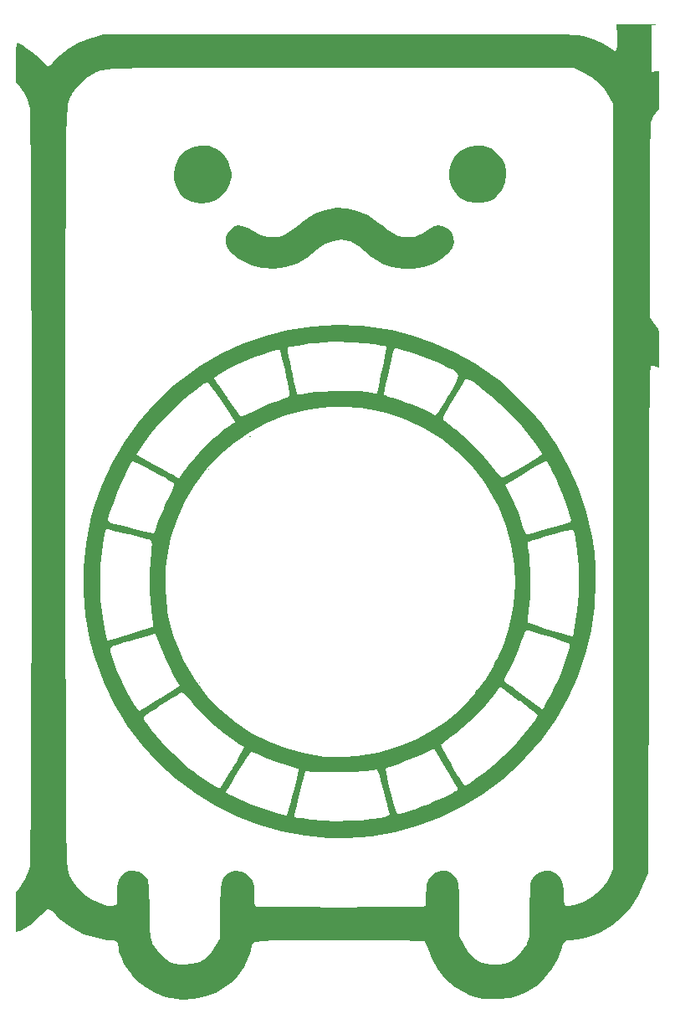
<source format=gbr>
%TF.GenerationSoftware,KiCad,Pcbnew,9.0.0*%
%TF.CreationDate,2025-09-21T22:19:39+08:00*%
%TF.ProjectId,maibadge_ver2,6d616962-6164-4676-955f-766572322e6b,rev?*%
%TF.SameCoordinates,Original*%
%TF.FileFunction,Legend,Top*%
%TF.FilePolarity,Positive*%
%FSLAX46Y46*%
G04 Gerber Fmt 4.6, Leading zero omitted, Abs format (unit mm)*
G04 Created by KiCad (PCBNEW 9.0.0) date 2025-09-21 22:19:39*
%MOMM*%
%LPD*%
G01*
G04 APERTURE LIST*
%ADD10C,0.000000*%
G04 APERTURE END LIST*
D10*
%TO.C,G\u002A\u002A\u002A*%
G36*
X175914244Y-103565693D02*
G01*
X175854620Y-103625317D01*
X175794996Y-103565693D01*
X175854620Y-103506069D01*
X175914244Y-103565693D01*
G37*
G36*
X176868235Y-81981655D02*
G01*
X176808611Y-82041280D01*
X176748986Y-81981655D01*
X176808611Y-81922031D01*
X176868235Y-81981655D01*
G37*
G36*
X181041944Y-78642688D02*
G01*
X180982320Y-78702313D01*
X180922695Y-78642688D01*
X180982320Y-78583064D01*
X181041944Y-78642688D01*
G37*
G36*
X203699221Y-104519684D02*
G01*
X203639597Y-104579308D01*
X203579972Y-104519684D01*
X203639597Y-104460059D01*
X203699221Y-104519684D01*
G37*
G36*
X176876232Y-49302870D02*
G01*
X177228513Y-49430890D01*
X177434655Y-49530862D01*
X178041853Y-49902655D01*
X178470900Y-50338144D01*
X178782078Y-50906527D01*
X178893434Y-51205392D01*
X179049781Y-51710078D01*
X179116752Y-52093510D01*
X179097286Y-52454343D01*
X178994321Y-52891228D01*
X178948360Y-53049277D01*
X178619934Y-53764882D01*
X178121180Y-54345490D01*
X177489509Y-54773257D01*
X176762332Y-55030341D01*
X175977062Y-55098897D01*
X175171110Y-54961083D01*
X175034756Y-54915856D01*
X174386642Y-54568112D01*
X173880843Y-54061153D01*
X173526119Y-53433362D01*
X173331233Y-52723122D01*
X173304945Y-51968814D01*
X173456018Y-51208821D01*
X173793211Y-50481527D01*
X173965272Y-50230555D01*
X174461804Y-49766493D01*
X175130898Y-49446639D01*
X175946664Y-49282917D01*
X176039071Y-49275320D01*
X176517892Y-49257997D01*
X176876232Y-49302870D01*
G37*
G36*
X204608847Y-49298216D02*
G01*
X205354674Y-49554487D01*
X206007475Y-50008973D01*
X206534440Y-50648806D01*
X206666732Y-50882027D01*
X206788660Y-51260585D01*
X206864309Y-51777326D01*
X206887022Y-52335249D01*
X206850140Y-52837352D01*
X206813210Y-53015992D01*
X206491903Y-53765445D01*
X205969609Y-54387396D01*
X205617442Y-54660329D01*
X205270545Y-54862583D01*
X204921813Y-54979262D01*
X204472474Y-55038668D01*
X204249145Y-55052399D01*
X203653147Y-55050728D01*
X203161915Y-54988561D01*
X202983728Y-54937704D01*
X202363960Y-54631844D01*
X201881950Y-54212649D01*
X201486706Y-53629563D01*
X201316457Y-53284616D01*
X201113782Y-52566228D01*
X201118448Y-51820980D01*
X201310711Y-51094897D01*
X201670823Y-50434006D01*
X202179040Y-49884333D01*
X202815616Y-49491904D01*
X202969353Y-49431798D01*
X203802803Y-49253030D01*
X204608847Y-49298216D01*
G37*
G36*
X190825811Y-55608544D02*
G01*
X191874146Y-55857868D01*
X192921121Y-56330657D01*
X193984578Y-57031825D01*
X194365373Y-57333243D01*
X195003357Y-57835546D01*
X195529660Y-58184923D01*
X195995160Y-58402959D01*
X196450737Y-58511244D01*
X196947270Y-58531363D01*
X197162479Y-58520012D01*
X197660490Y-58464720D01*
X198041328Y-58356801D01*
X198422892Y-58155276D01*
X198662580Y-57998635D01*
X199222735Y-57643100D01*
X199659772Y-57430305D01*
X200027000Y-57342506D01*
X200377726Y-57361959D01*
X200496379Y-57388241D01*
X201005970Y-57628528D01*
X201386826Y-58025417D01*
X201613600Y-58523573D01*
X201660943Y-59067663D01*
X201507299Y-59595077D01*
X201270334Y-59909349D01*
X200878562Y-60280838D01*
X200391746Y-60662648D01*
X199869654Y-61007884D01*
X199374559Y-61268548D01*
X198498574Y-61553237D01*
X197511631Y-61705253D01*
X196507806Y-61713754D01*
X196004689Y-61656943D01*
X195371095Y-61537922D01*
X194832201Y-61388617D01*
X194337924Y-61183047D01*
X193838183Y-60895228D01*
X193282893Y-60499178D01*
X192621973Y-59968914D01*
X192410451Y-59792249D01*
X191973039Y-59451831D01*
X191542065Y-59162041D01*
X191187864Y-58968615D01*
X191080871Y-58927695D01*
X190242609Y-58796647D01*
X189398623Y-58888761D01*
X188589827Y-59193303D01*
X187857135Y-59699541D01*
X187745475Y-59802595D01*
X186759692Y-60605179D01*
X185699004Y-61200272D01*
X184585907Y-61581080D01*
X183442901Y-61740812D01*
X182292483Y-61672673D01*
X181848078Y-61583209D01*
X181168042Y-61364128D01*
X180476081Y-61047285D01*
X179825629Y-60666098D01*
X179270116Y-60253982D01*
X178862975Y-59844354D01*
X178718338Y-59625878D01*
X178556509Y-59088480D01*
X178581797Y-58530667D01*
X178776708Y-58018579D01*
X179123748Y-57618359D01*
X179275840Y-57518100D01*
X179750470Y-57358849D01*
X180276364Y-57392259D01*
X180879707Y-57623072D01*
X181343673Y-57892682D01*
X181921679Y-58236722D01*
X182407061Y-58443259D01*
X182883424Y-58535493D01*
X183434370Y-58536624D01*
X183616903Y-58523483D01*
X183982346Y-58462308D01*
X184362518Y-58326842D01*
X184791517Y-58097263D01*
X185303438Y-57753747D01*
X185932379Y-57276472D01*
X186382784Y-56915472D01*
X187027408Y-56437795D01*
X187638378Y-56101066D01*
X188320456Y-55852010D01*
X188653688Y-55760646D01*
X189758273Y-55577775D01*
X190825811Y-55608544D01*
G37*
G36*
X220297631Y-36985270D02*
G01*
X220954410Y-36993764D01*
X221487416Y-37005518D01*
X221868522Y-37019480D01*
X222069603Y-37034596D01*
X222062533Y-37049812D01*
X222052287Y-37050986D01*
X221623664Y-37096656D01*
X221634917Y-39445729D01*
X221646169Y-41794801D01*
X222033728Y-41764535D01*
X222421287Y-41734269D01*
X222421287Y-43656773D01*
X222421287Y-45579278D01*
X222070045Y-45979320D01*
X221812927Y-46345759D01*
X221620013Y-46747631D01*
X221593715Y-46829804D01*
X221567393Y-47048970D01*
X221544106Y-47504822D01*
X221523877Y-48195567D01*
X221506728Y-49119414D01*
X221492681Y-50274570D01*
X221481759Y-51659243D01*
X221473984Y-53271640D01*
X221469378Y-55109969D01*
X221467961Y-56945867D01*
X221467296Y-66611488D01*
X221822416Y-67171454D01*
X222038101Y-67479620D01*
X222219274Y-67683005D01*
X222299411Y-67731421D01*
X222348993Y-67848489D01*
X222386278Y-68191533D01*
X222410507Y-68748310D01*
X222420924Y-69506576D01*
X222421287Y-69701298D01*
X222421287Y-71671176D01*
X222119342Y-71595392D01*
X221804661Y-71529928D01*
X221612534Y-71503684D01*
X221589233Y-71511314D01*
X221567701Y-71544179D01*
X221547841Y-71611595D01*
X221529558Y-71722874D01*
X221512756Y-71887332D01*
X221497339Y-72114284D01*
X221483211Y-72413043D01*
X221470276Y-72792926D01*
X221458439Y-73263245D01*
X221447603Y-73833315D01*
X221437672Y-74512452D01*
X221428550Y-75309970D01*
X221420142Y-76235182D01*
X221412351Y-77297405D01*
X221405083Y-78505952D01*
X221398239Y-79870137D01*
X221391726Y-81399277D01*
X221385447Y-83102684D01*
X221379305Y-84989673D01*
X221373205Y-87069560D01*
X221367052Y-89351658D01*
X221360749Y-91845283D01*
X221354200Y-94559748D01*
X221348047Y-97185881D01*
X221288423Y-122884003D01*
X220902605Y-123806903D01*
X220247494Y-125169699D01*
X219502032Y-126325400D01*
X218648640Y-127294036D01*
X217669740Y-128095636D01*
X216576672Y-128735998D01*
X215969545Y-129001538D01*
X215288567Y-129244311D01*
X214606410Y-129443028D01*
X213995749Y-129576400D01*
X213547986Y-129623190D01*
X213101351Y-129650692D01*
X212827054Y-129760269D01*
X212661392Y-129999875D01*
X212550761Y-130373827D01*
X212176056Y-131467615D01*
X211594039Y-132500228D01*
X210834275Y-133438239D01*
X209926331Y-134248221D01*
X208899771Y-134896747D01*
X208312472Y-135165672D01*
X207862106Y-135330350D01*
X207444366Y-135439256D01*
X206978474Y-135506910D01*
X206383650Y-135547831D01*
X206126148Y-135558673D01*
X205235636Y-135568914D01*
X204505565Y-135516051D01*
X203863321Y-135387636D01*
X203236290Y-135171219D01*
X202840128Y-134995351D01*
X201724918Y-134339598D01*
X200760989Y-133505215D01*
X199963163Y-132509174D01*
X199346264Y-131368449D01*
X199097377Y-130709913D01*
X198941120Y-130273633D01*
X198791465Y-129927537D01*
X198676027Y-129733948D01*
X198657869Y-129717953D01*
X198517222Y-129702608D01*
X198157445Y-129688005D01*
X197597904Y-129674357D01*
X196857967Y-129661876D01*
X195957000Y-129650774D01*
X194914371Y-129641264D01*
X193749445Y-129633557D01*
X192481590Y-129627867D01*
X191130173Y-129624405D01*
X190030019Y-129623388D01*
X188373878Y-129622120D01*
X186939965Y-129620374D01*
X185712025Y-129620088D01*
X184673802Y-129623203D01*
X183809039Y-129631658D01*
X183101481Y-129647394D01*
X182534870Y-129672349D01*
X182092950Y-129708463D01*
X181759467Y-129757676D01*
X181518162Y-129821928D01*
X181352780Y-129903158D01*
X181247064Y-130003307D01*
X181184759Y-130124313D01*
X181149608Y-130268117D01*
X181125355Y-130436658D01*
X181095744Y-130631875D01*
X181084444Y-130690770D01*
X180938544Y-131157656D01*
X180685503Y-131733515D01*
X180365910Y-132340085D01*
X180020353Y-132899101D01*
X179751934Y-133260146D01*
X179462771Y-133546490D01*
X179033435Y-133901700D01*
X178530820Y-134276300D01*
X178021819Y-134620818D01*
X177573327Y-134885779D01*
X177509766Y-134918427D01*
X176451627Y-135327408D01*
X175289749Y-135566300D01*
X174099418Y-135622596D01*
X173529268Y-135579815D01*
X172465337Y-135351611D01*
X171395182Y-134933845D01*
X170400068Y-134358825D01*
X170324167Y-134305598D01*
X169863925Y-133969286D01*
X169526784Y-133689848D01*
X169247597Y-133400860D01*
X168961214Y-133035898D01*
X168654044Y-132602782D01*
X168248829Y-131958577D01*
X167936864Y-131338170D01*
X167741948Y-130794902D01*
X167686075Y-130433305D01*
X167622334Y-129980434D01*
X167422394Y-129715482D01*
X167073179Y-129622110D01*
X167036501Y-129621562D01*
X166514091Y-129580672D01*
X165859732Y-129471022D01*
X165163034Y-129312139D01*
X164513603Y-129123550D01*
X164160668Y-128994860D01*
X162956254Y-128377498D01*
X161862448Y-127562362D01*
X161392312Y-127112076D01*
X161065790Y-126784856D01*
X160796629Y-126537382D01*
X160630296Y-126410725D01*
X160606687Y-126402414D01*
X160481102Y-126481703D01*
X160235837Y-126693564D01*
X159915988Y-126998149D01*
X159790533Y-127123571D01*
X159265336Y-127613617D01*
X158710368Y-128060946D01*
X158180566Y-128425790D01*
X157730865Y-128668377D01*
X157579737Y-128724051D01*
X157311428Y-128802892D01*
X157311428Y-126820257D01*
X157311428Y-124837623D01*
X157659744Y-124397433D01*
X158257824Y-123455891D01*
X158644171Y-122407025D01*
X158695212Y-122189550D01*
X158711995Y-121992056D01*
X158727961Y-121567178D01*
X158743112Y-120926027D01*
X158757449Y-120079717D01*
X158770972Y-119039358D01*
X158783682Y-117816064D01*
X158795579Y-116420946D01*
X158806665Y-114865116D01*
X158816939Y-113159687D01*
X158826404Y-111315771D01*
X158835058Y-109344478D01*
X158842903Y-107256923D01*
X158849941Y-105064216D01*
X158856170Y-102777471D01*
X158861592Y-100407798D01*
X158866209Y-97966310D01*
X158870019Y-95464119D01*
X158873025Y-92912337D01*
X158875226Y-90322077D01*
X158876623Y-87704450D01*
X158877218Y-85070568D01*
X158877010Y-82431544D01*
X158876001Y-79798490D01*
X158874191Y-77182517D01*
X158871581Y-74594738D01*
X158868171Y-72046265D01*
X158864784Y-70035610D01*
X162322026Y-70035610D01*
X162322337Y-72916621D01*
X162322859Y-76010588D01*
X162323459Y-79325320D01*
X162324005Y-82868627D01*
X162324126Y-83867224D01*
X162324524Y-87444985D01*
X162324942Y-90792150D01*
X162325463Y-93916624D01*
X162326174Y-96826309D01*
X162327158Y-99529109D01*
X162328501Y-102032926D01*
X162330286Y-104345663D01*
X162332599Y-106475223D01*
X162335524Y-108429509D01*
X162339146Y-110216425D01*
X162343549Y-111843873D01*
X162348819Y-113319756D01*
X162355039Y-114651977D01*
X162362295Y-115848439D01*
X162370671Y-116917045D01*
X162380251Y-117865698D01*
X162391121Y-118702301D01*
X162403365Y-119434757D01*
X162417067Y-120070969D01*
X162432313Y-120618840D01*
X162449187Y-121086274D01*
X162467773Y-121481171D01*
X162488157Y-121811437D01*
X162510423Y-122084974D01*
X162534655Y-122309685D01*
X162560938Y-122493472D01*
X162589358Y-122644239D01*
X162619997Y-122769889D01*
X162652942Y-122878325D01*
X162688277Y-122977450D01*
X162726087Y-123075166D01*
X162744598Y-123122500D01*
X163109161Y-123807366D01*
X163642419Y-124476814D01*
X164282408Y-125054780D01*
X164372330Y-125120739D01*
X164934325Y-125474727D01*
X165525420Y-125767209D01*
X166105345Y-125987170D01*
X166633826Y-126123593D01*
X167070593Y-126165465D01*
X167375374Y-126101770D01*
X167494444Y-125974719D01*
X167527296Y-125774446D01*
X167552362Y-125403352D01*
X167565674Y-124929083D01*
X167566827Y-124740241D01*
X167576044Y-124200511D01*
X167612285Y-123830188D01*
X167688433Y-123560605D01*
X167817368Y-123323091D01*
X167838716Y-123290934D01*
X168236524Y-122857359D01*
X168724337Y-122633289D01*
X169152795Y-122587639D01*
X169768607Y-122694269D01*
X170286557Y-123004098D01*
X170528921Y-123274514D01*
X170604611Y-123396911D01*
X170663346Y-123546113D01*
X170707917Y-123753659D01*
X170741116Y-124051088D01*
X170765733Y-124469940D01*
X170784559Y-125041754D01*
X170800385Y-125798068D01*
X170811360Y-126466219D01*
X170826742Y-127374834D01*
X170843321Y-128079504D01*
X170864246Y-128614775D01*
X170892665Y-129015193D01*
X170931728Y-129315303D01*
X170984586Y-129549651D01*
X171054386Y-129752782D01*
X171126201Y-129919684D01*
X171574298Y-130660508D01*
X172179521Y-131302466D01*
X172885673Y-131793849D01*
X173409247Y-132020310D01*
X173846149Y-132092339D01*
X174416207Y-132093697D01*
X175027476Y-132032526D01*
X175588012Y-131916968D01*
X175923798Y-131797647D01*
X176567929Y-131397636D01*
X177109324Y-130834862D01*
X177561544Y-130115959D01*
X177917107Y-129442688D01*
X177971109Y-126639040D01*
X177992444Y-125673763D01*
X178018657Y-124915372D01*
X178055430Y-124332254D01*
X178108440Y-123892799D01*
X178183367Y-123565395D01*
X178285890Y-123318431D01*
X178421688Y-123120295D01*
X178596441Y-122939377D01*
X178643551Y-122896145D01*
X178941909Y-122734153D01*
X179366318Y-122631872D01*
X179460689Y-122621513D01*
X180119397Y-122671619D01*
X180681565Y-122936330D01*
X181127657Y-123406432D01*
X181129004Y-123408445D01*
X181258015Y-123631885D01*
X181338670Y-123874522D01*
X181381779Y-124198951D01*
X181398151Y-124667767D01*
X181399690Y-124975734D01*
X181406457Y-125530956D01*
X181431132Y-125890909D01*
X181480280Y-126098550D01*
X181560465Y-126196838D01*
X181588317Y-126210212D01*
X181740208Y-126223533D01*
X182106979Y-126235423D01*
X182665014Y-126245887D01*
X183390699Y-126254929D01*
X184260420Y-126262552D01*
X185250562Y-126268760D01*
X186337511Y-126273557D01*
X187497652Y-126276947D01*
X188707372Y-126278933D01*
X189943055Y-126279521D01*
X191181087Y-126278712D01*
X192397854Y-126276513D01*
X193569741Y-126272925D01*
X194673134Y-126267954D01*
X195684419Y-126261602D01*
X196579981Y-126253875D01*
X197336205Y-126244775D01*
X197929478Y-126234306D01*
X198336185Y-126222474D01*
X198532711Y-126209280D01*
X198541709Y-126207434D01*
X198668439Y-126158388D01*
X198747416Y-126061587D01*
X198789879Y-125868443D01*
X198807062Y-125530366D01*
X198810204Y-125046386D01*
X198828096Y-124401367D01*
X198886721Y-123936277D01*
X198993889Y-123594828D01*
X199018890Y-123542248D01*
X199370264Y-123065224D01*
X199830372Y-122752314D01*
X200350126Y-122604989D01*
X200880439Y-122624723D01*
X201372225Y-122812986D01*
X201776398Y-123171250D01*
X201949845Y-123454378D01*
X202016855Y-123629287D01*
X202067398Y-123856024D01*
X202103635Y-124167839D01*
X202127722Y-124597983D01*
X202141820Y-125179707D01*
X202148087Y-125946261D01*
X202148986Y-126521676D01*
X202148986Y-129169314D01*
X202575476Y-129980926D01*
X203040570Y-130743293D01*
X203541559Y-131305121D01*
X204116850Y-131704358D01*
X204490336Y-131872801D01*
X205378998Y-132095789D01*
X206248709Y-132092142D01*
X207072131Y-131873577D01*
X207821925Y-131451810D01*
X208470754Y-130838555D01*
X208991279Y-130045529D01*
X209054172Y-129916971D01*
X209135874Y-129726984D01*
X209197613Y-129527414D01*
X209242155Y-129282818D01*
X209272265Y-128957755D01*
X209290707Y-128516784D01*
X209300247Y-127924462D01*
X209303650Y-127145349D01*
X209303916Y-126715828D01*
X209307455Y-125755886D01*
X209321512Y-125001523D01*
X209351242Y-124419882D01*
X209401803Y-123978104D01*
X209478351Y-123643332D01*
X209586044Y-123382706D01*
X209730037Y-123163370D01*
X209890389Y-122978931D01*
X210260287Y-122737197D01*
X210759583Y-122611287D01*
X211298812Y-122622266D01*
X211358942Y-122633177D01*
X211906183Y-122830574D01*
X212311015Y-123184105D01*
X212581956Y-123708552D01*
X212727521Y-124418696D01*
X212759513Y-125064037D01*
X212773046Y-125609416D01*
X212833335Y-125951268D01*
X212975152Y-126124264D01*
X213233270Y-126163074D01*
X213642464Y-126102366D01*
X213773888Y-126075400D01*
X214756157Y-125753678D01*
X215668598Y-125232180D01*
X216467585Y-124545491D01*
X217109495Y-123728191D01*
X217393602Y-123205855D01*
X217772027Y-122384853D01*
X217741492Y-83699686D01*
X217710958Y-45014519D01*
X217359700Y-44321281D01*
X216904203Y-43620686D01*
X216280898Y-42938669D01*
X215556597Y-42336624D01*
X214798115Y-41875950D01*
X214600146Y-41785464D01*
X213775747Y-41437054D01*
X190522226Y-41403879D01*
X187692347Y-41399721D01*
X185090897Y-41395835D01*
X182707808Y-41392489D01*
X180533011Y-41389951D01*
X178556438Y-41388488D01*
X176768019Y-41388370D01*
X175157688Y-41389863D01*
X173715374Y-41393236D01*
X172431010Y-41398756D01*
X171294526Y-41406692D01*
X170295856Y-41417311D01*
X169424929Y-41430882D01*
X168671678Y-41447672D01*
X168026033Y-41467949D01*
X167477927Y-41491982D01*
X167017291Y-41520037D01*
X166634056Y-41552383D01*
X166318154Y-41589289D01*
X166059517Y-41631021D01*
X165848075Y-41677847D01*
X165673760Y-41730037D01*
X165526505Y-41787857D01*
X165396239Y-41851575D01*
X165272895Y-41921461D01*
X165146405Y-41997780D01*
X165006699Y-42080802D01*
X165002977Y-42082950D01*
X164343796Y-42538572D01*
X163715668Y-43107294D01*
X163196357Y-43714178D01*
X162997926Y-44015156D01*
X162934704Y-44117878D01*
X162875522Y-44207061D01*
X162820247Y-44290516D01*
X162768748Y-44376053D01*
X162720892Y-44471481D01*
X162676547Y-44584611D01*
X162635582Y-44723254D01*
X162597864Y-44895218D01*
X162563260Y-45108315D01*
X162531641Y-45370354D01*
X162502872Y-45689146D01*
X162476822Y-46072500D01*
X162453359Y-46528227D01*
X162432351Y-47064137D01*
X162413666Y-47688040D01*
X162397171Y-48407746D01*
X162382736Y-49231065D01*
X162370227Y-50165807D01*
X162359513Y-51219783D01*
X162350461Y-52400803D01*
X162342940Y-53716676D01*
X162336817Y-55175213D01*
X162331961Y-56784224D01*
X162328240Y-58551519D01*
X162325520Y-60484908D01*
X162323671Y-62592202D01*
X162322561Y-64881210D01*
X162322056Y-67359742D01*
X162322026Y-70035610D01*
X158864784Y-70035610D01*
X158863963Y-69548210D01*
X158858956Y-67111685D01*
X158853152Y-64747801D01*
X158846551Y-62467673D01*
X158839153Y-60282410D01*
X158830961Y-58203126D01*
X158821973Y-56240932D01*
X158812192Y-54406941D01*
X158801617Y-52712264D01*
X158790249Y-51168014D01*
X158778089Y-49785303D01*
X158765138Y-48575242D01*
X158751396Y-47548945D01*
X158736864Y-46717523D01*
X158721543Y-46092088D01*
X158705433Y-45683752D01*
X158690528Y-45512424D01*
X158472381Y-44650551D01*
X158169816Y-43959879D01*
X157755244Y-43379982D01*
X157678009Y-43294870D01*
X157311428Y-42902442D01*
X157311428Y-40887824D01*
X157316432Y-40093357D01*
X157332445Y-39515979D01*
X157360963Y-39134472D01*
X157403483Y-38927616D01*
X157453576Y-38873205D01*
X157665400Y-38945848D01*
X158007744Y-39140172D01*
X158431673Y-39420766D01*
X158888251Y-39752222D01*
X159328546Y-40099128D01*
X159703621Y-40426077D01*
X159949300Y-40679134D01*
X160224733Y-40981222D01*
X160458773Y-41190724D01*
X160586350Y-41258181D01*
X160742147Y-41171971D01*
X160977461Y-40950829D01*
X161141678Y-40763204D01*
X161802790Y-40096451D01*
X162655941Y-39465361D01*
X163654770Y-38898858D01*
X164752914Y-38425862D01*
X165062601Y-38317211D01*
X166076216Y-37978839D01*
X189985606Y-37978839D01*
X192797252Y-37978901D01*
X195380454Y-37979149D01*
X197745266Y-37979672D01*
X199901742Y-37980562D01*
X201859936Y-37981908D01*
X203629902Y-37983802D01*
X205221694Y-37986334D01*
X206645365Y-37989595D01*
X207910970Y-37993674D01*
X209028562Y-37998663D01*
X210008196Y-38004652D01*
X210859925Y-38011731D01*
X211593802Y-38019992D01*
X212219883Y-38029524D01*
X212748221Y-38040419D01*
X213188870Y-38052766D01*
X213551883Y-38066657D01*
X213847315Y-38082181D01*
X214085219Y-38099430D01*
X214275650Y-38118494D01*
X214428661Y-38139463D01*
X214554306Y-38162428D01*
X214662639Y-38187480D01*
X214716134Y-38201542D01*
X215754186Y-38544295D01*
X216715809Y-38978769D01*
X217374697Y-39369160D01*
X217672506Y-39570657D01*
X217882463Y-39687052D01*
X218019281Y-39692966D01*
X218097674Y-39563022D01*
X218132358Y-39271844D01*
X218138045Y-38794053D01*
X218129450Y-38104273D01*
X218128969Y-38068275D01*
X218114352Y-36965224D01*
X220297631Y-36985270D01*
G37*
G36*
X192242291Y-67476590D02*
G01*
X194720262Y-67800970D01*
X195332407Y-67917229D01*
X197493160Y-68464697D01*
X199652179Y-69227371D01*
X201767533Y-70185371D01*
X203797288Y-71318818D01*
X205699511Y-72607831D01*
X206441944Y-73184045D01*
X207065939Y-73722590D01*
X207783238Y-74397241D01*
X208542236Y-75154677D01*
X209291329Y-75941576D01*
X209978913Y-76704617D01*
X210553382Y-77390479D01*
X210718453Y-77602800D01*
X212097134Y-79617907D01*
X213284993Y-81764901D01*
X214272970Y-84021252D01*
X215052003Y-86364430D01*
X215613032Y-88771906D01*
X215859541Y-90385569D01*
X215903062Y-90872103D01*
X215939756Y-91524328D01*
X215966595Y-92269471D01*
X215980552Y-93034755D01*
X215981850Y-93326037D01*
X215866970Y-95845773D01*
X215524636Y-98300144D01*
X214958308Y-100680767D01*
X214171444Y-102979260D01*
X213167506Y-105187239D01*
X211949952Y-107296322D01*
X210522242Y-109298125D01*
X208887836Y-111184266D01*
X208409550Y-111674613D01*
X206564345Y-113354547D01*
X204591726Y-114836523D01*
X202504431Y-116115553D01*
X200315200Y-117186651D01*
X198036773Y-118044829D01*
X195681890Y-118685101D01*
X193263290Y-119102478D01*
X190793713Y-119291975D01*
X188971991Y-119283776D01*
X186571796Y-119073304D01*
X184199975Y-118633075D01*
X181876051Y-117971666D01*
X179669001Y-117116809D01*
X185457463Y-117116809D01*
X185566403Y-117161163D01*
X185863291Y-117221102D01*
X186298832Y-117287776D01*
X186676451Y-117335667D01*
X187206667Y-117399007D01*
X187658808Y-117455545D01*
X187973382Y-117497704D01*
X188077625Y-117514145D01*
X188343594Y-117540011D01*
X188795060Y-117556007D01*
X189379249Y-117562704D01*
X190043389Y-117560673D01*
X190734707Y-117550485D01*
X191400430Y-117532709D01*
X191987785Y-117507916D01*
X192443999Y-117476677D01*
X192550454Y-117465784D01*
X193465220Y-117352191D01*
X194159446Y-117245847D01*
X194650822Y-117142698D01*
X194957039Y-117038689D01*
X195095785Y-116929766D01*
X195108344Y-116879508D01*
X195076904Y-116704535D01*
X194994097Y-116351666D01*
X194871787Y-115864888D01*
X194721836Y-115288185D01*
X194556107Y-114665541D01*
X194386463Y-114040941D01*
X194224766Y-113458371D01*
X194082879Y-112961814D01*
X193972666Y-112595257D01*
X193905989Y-112402683D01*
X193896284Y-112385448D01*
X193756515Y-112376544D01*
X193459476Y-112416769D01*
X193192914Y-112470427D01*
X192845205Y-112519695D01*
X192306340Y-112560496D01*
X191623537Y-112592014D01*
X190844014Y-112613433D01*
X190014990Y-112623937D01*
X189183682Y-112622710D01*
X188397310Y-112608935D01*
X187703091Y-112581798D01*
X187490447Y-112568979D01*
X186605147Y-112509355D01*
X186032961Y-114775083D01*
X185856614Y-115476446D01*
X185701972Y-116097342D01*
X185578014Y-116601242D01*
X185493715Y-116951618D01*
X185458054Y-117111945D01*
X185457463Y-117116809D01*
X179669001Y-117116809D01*
X179619544Y-117097653D01*
X177449974Y-116019612D01*
X175386864Y-114746120D01*
X175284738Y-114669129D01*
X178537719Y-114669129D01*
X178640662Y-114749137D01*
X178919849Y-114899280D01*
X179330816Y-115099310D01*
X179829096Y-115328980D01*
X180370227Y-115568042D01*
X180909742Y-115796250D01*
X181403176Y-115993355D01*
X181638188Y-116080945D01*
X182210814Y-116279449D01*
X182821265Y-116478700D01*
X183417936Y-116663241D01*
X183949222Y-116817614D01*
X184363517Y-116926362D01*
X184609216Y-116974028D01*
X184622506Y-116974839D01*
X184702200Y-116919683D01*
X184797647Y-116734086D01*
X184916175Y-116395624D01*
X185065112Y-115881873D01*
X185251788Y-115170410D01*
X185382216Y-114650364D01*
X185555290Y-113942300D01*
X185703270Y-113317901D01*
X185818231Y-112812218D01*
X185892250Y-112460303D01*
X185917402Y-112297210D01*
X185915739Y-112290233D01*
X185798536Y-112249112D01*
X194677930Y-112249112D01*
X194691910Y-112372695D01*
X194757610Y-112685183D01*
X194864647Y-113145210D01*
X195002636Y-113711411D01*
X195161191Y-114342422D01*
X195329929Y-114996877D01*
X195498463Y-115633412D01*
X195656410Y-116210660D01*
X195785414Y-116660459D01*
X195841734Y-116763688D01*
X195955876Y-116814336D01*
X196159244Y-116806995D01*
X196483246Y-116736257D01*
X196959289Y-116596713D01*
X197618780Y-116382957D01*
X197856028Y-116303906D01*
X198391342Y-116111567D01*
X198997553Y-115872169D01*
X199636451Y-115603355D01*
X200269822Y-115322768D01*
X200859456Y-115048052D01*
X201367140Y-114796852D01*
X201754664Y-114586810D01*
X201983814Y-114435570D01*
X202029737Y-114376768D01*
X201971376Y-114242625D01*
X201808719Y-113937310D01*
X201560402Y-113494021D01*
X201245064Y-112945960D01*
X200881342Y-112326325D01*
X200831381Y-112242086D01*
X199633024Y-110223968D01*
X198594804Y-110734586D01*
X198038559Y-110988265D01*
X197352791Y-111271796D01*
X196636131Y-111545570D01*
X196146784Y-111717631D01*
X195604805Y-111902232D01*
X195149491Y-112062946D01*
X194826265Y-112183338D01*
X194680553Y-112246971D01*
X194677930Y-112249112D01*
X185798536Y-112249112D01*
X185790615Y-112246333D01*
X185484475Y-112149376D01*
X185044926Y-112014207D01*
X184578846Y-111873418D01*
X183904575Y-111654888D01*
X183172522Y-111391458D01*
X182497403Y-111125359D01*
X182210428Y-111001531D01*
X181700830Y-110779279D01*
X181361465Y-110653396D01*
X181149723Y-110612646D01*
X181022993Y-110645794D01*
X180985364Y-110678511D01*
X180880854Y-110824207D01*
X180682478Y-111128213D01*
X180413819Y-111552082D01*
X180098457Y-112057366D01*
X179759975Y-112605618D01*
X179421954Y-113158392D01*
X179107975Y-113677240D01*
X178841620Y-114123715D01*
X178646471Y-114459370D01*
X178546108Y-114645759D01*
X178537719Y-114669129D01*
X175284738Y-114669129D01*
X173449734Y-113285753D01*
X171711179Y-111700391D01*
X170046322Y-109868588D01*
X168578525Y-107911865D01*
X168123626Y-107169776D01*
X170219127Y-107169776D01*
X170370167Y-107463820D01*
X170651002Y-107872727D01*
X171039918Y-108371962D01*
X171515201Y-108936989D01*
X172055137Y-109543273D01*
X172638011Y-110166278D01*
X173242110Y-110781469D01*
X173845719Y-111364309D01*
X174427124Y-111890263D01*
X174841005Y-112237026D01*
X175257816Y-112557716D01*
X175742943Y-112908985D01*
X176258217Y-113265878D01*
X176765468Y-113603444D01*
X177226529Y-113896728D01*
X177603229Y-114120777D01*
X177857400Y-114250639D01*
X177948428Y-114268525D01*
X178032343Y-114143205D01*
X178219801Y-113846620D01*
X178490550Y-113411354D01*
X178824333Y-112869994D01*
X179200897Y-112255124D01*
X179253418Y-112169062D01*
X179622936Y-111550590D01*
X179936286Y-111001449D01*
X180176484Y-110553517D01*
X180326548Y-110238669D01*
X180369495Y-110088781D01*
X180365248Y-110082208D01*
X180200454Y-109976243D01*
X179918084Y-109798962D01*
X179781963Y-109714329D01*
X178349613Y-108713667D01*
X176957114Y-107521342D01*
X175657202Y-106183837D01*
X175281893Y-105747741D01*
X174875546Y-105277038D01*
X174523834Y-104899617D01*
X174255322Y-104644144D01*
X174098569Y-104539289D01*
X174079145Y-104540502D01*
X173864233Y-104668697D01*
X173505884Y-104891057D01*
X173043609Y-105182249D01*
X172516917Y-105516941D01*
X171965320Y-105869800D01*
X171428326Y-106215492D01*
X170945446Y-106528686D01*
X170556191Y-106784048D01*
X170300070Y-106956246D01*
X170219597Y-107015132D01*
X170219127Y-107169776D01*
X168123626Y-107169776D01*
X167311502Y-105844938D01*
X166248969Y-103682527D01*
X165394639Y-101439347D01*
X165112915Y-100426654D01*
X166832028Y-100426654D01*
X166925671Y-100759441D01*
X167096607Y-101209462D01*
X167291462Y-101717336D01*
X167563508Y-102406870D01*
X167875866Y-103129156D01*
X168211809Y-103852488D01*
X168554613Y-104545160D01*
X168887552Y-105175466D01*
X169193899Y-105711700D01*
X169456931Y-106122155D01*
X169659921Y-106375127D01*
X169782921Y-106440332D01*
X169921422Y-106362224D01*
X170227245Y-106175308D01*
X170667400Y-105900220D01*
X171208899Y-105557598D01*
X171818752Y-105168080D01*
X171898752Y-105116731D01*
X173878380Y-103845397D01*
X173569197Y-103355621D01*
X173225338Y-102760550D01*
X172841514Y-102013728D01*
X172453138Y-101189675D01*
X172095621Y-100362911D01*
X171855662Y-99749731D01*
X171683332Y-99285157D01*
X171543254Y-98913667D01*
X171454656Y-98685937D01*
X171434400Y-98639640D01*
X171317636Y-98660381D01*
X171006494Y-98739493D01*
X170535273Y-98867603D01*
X169938267Y-99035338D01*
X169249774Y-99233324D01*
X169062883Y-99287761D01*
X168254184Y-99518674D01*
X167648088Y-99694957D01*
X167223709Y-99845251D01*
X166960162Y-99998203D01*
X166836563Y-100182456D01*
X166832028Y-100426654D01*
X165112915Y-100426654D01*
X164752229Y-99130118D01*
X164325452Y-96769556D01*
X164118024Y-94372380D01*
X164124546Y-93363241D01*
X165808963Y-93363241D01*
X165877814Y-95195982D01*
X166078593Y-97000259D01*
X166259037Y-98020623D01*
X166358803Y-98516502D01*
X166437355Y-98923881D01*
X166484055Y-99186673D01*
X166492359Y-99250959D01*
X166585647Y-99302687D01*
X166702273Y-99282717D01*
X166880162Y-99229283D01*
X167246194Y-99121193D01*
X167759520Y-98970445D01*
X168379288Y-98789038D01*
X168997812Y-98608459D01*
X169669237Y-98409362D01*
X170261494Y-98227477D01*
X170736375Y-98075045D01*
X171055671Y-97964309D01*
X171179535Y-97909438D01*
X171202183Y-97757059D01*
X171175321Y-97436944D01*
X171104913Y-97013317D01*
X171089119Y-96935989D01*
X170974674Y-96217240D01*
X170889540Y-95330081D01*
X170835946Y-94343056D01*
X170816117Y-93324711D01*
X170821835Y-92977635D01*
X172426785Y-92977635D01*
X172439682Y-94062210D01*
X172499788Y-95154183D01*
X172602879Y-96147914D01*
X172641505Y-96410763D01*
X172880988Y-97536549D01*
X173247365Y-98767921D01*
X173713886Y-100028052D01*
X174253797Y-101240118D01*
X174475475Y-101677504D01*
X175504405Y-103384119D01*
X176709945Y-104947073D01*
X178073846Y-106356570D01*
X179577859Y-107602815D01*
X181203733Y-108676014D01*
X182933219Y-109566371D01*
X184748068Y-110264091D01*
X186630030Y-110759381D01*
X188560856Y-111042444D01*
X190522296Y-111103486D01*
X191868475Y-111012721D01*
X193932258Y-110671986D01*
X195920705Y-110106350D01*
X196574893Y-109835952D01*
X200317397Y-109835952D01*
X200346576Y-109956746D01*
X200479475Y-110242475D01*
X200694213Y-110655330D01*
X200968910Y-111157503D01*
X201281685Y-111711183D01*
X201610656Y-112278562D01*
X201933944Y-112821830D01*
X202229666Y-113303179D01*
X202475943Y-113684798D01*
X202650894Y-113928878D01*
X202727179Y-113999965D01*
X202861651Y-113936493D01*
X203141455Y-113766645D01*
X203516860Y-113521271D01*
X203707799Y-113391640D01*
X204719778Y-112659866D01*
X205669242Y-111890363D01*
X206612055Y-111034132D01*
X207604083Y-110042174D01*
X207992179Y-109633720D01*
X208371213Y-109213646D01*
X208776310Y-108737305D01*
X209177341Y-108243552D01*
X209544178Y-107771245D01*
X209846695Y-107359238D01*
X210054764Y-107046389D01*
X210138257Y-106871553D01*
X210138658Y-106865354D01*
X210045881Y-106763408D01*
X209787207Y-106547518D01*
X209392124Y-106240514D01*
X208890116Y-105865225D01*
X208310670Y-105444481D01*
X208216588Y-105377212D01*
X206294518Y-104005779D01*
X205603614Y-104918600D01*
X204438503Y-106332484D01*
X203211120Y-107565448D01*
X201863979Y-108675021D01*
X201809464Y-108715664D01*
X201307641Y-109089255D01*
X200871817Y-109415177D01*
X200539065Y-109665593D01*
X200346461Y-109812666D01*
X200317397Y-109835952D01*
X196574893Y-109835952D01*
X197823800Y-109319736D01*
X199631526Y-108316065D01*
X200791082Y-107519123D01*
X201244536Y-107159792D01*
X201739704Y-106731475D01*
X202246297Y-106264763D01*
X202734025Y-105790245D01*
X203172597Y-105338511D01*
X203531725Y-104940150D01*
X203781118Y-104625752D01*
X203890488Y-104425906D01*
X203890293Y-104389225D01*
X203884332Y-104270241D01*
X203934759Y-104279357D01*
X204059176Y-104226409D01*
X204269231Y-104007193D01*
X204536769Y-103665041D01*
X204729633Y-103391039D01*
X206704196Y-103391039D01*
X206807998Y-103488379D01*
X207076245Y-103700812D01*
X207478775Y-104005549D01*
X207985430Y-104379806D01*
X208566048Y-104800795D01*
X208648047Y-104859674D01*
X210556028Y-106228116D01*
X210763106Y-105970144D01*
X210889817Y-105772442D01*
X211095481Y-105406824D01*
X211354880Y-104919918D01*
X211642794Y-104358352D01*
X211741089Y-104161937D01*
X212117114Y-103372102D01*
X212463527Y-102580894D01*
X212768833Y-101821082D01*
X213021534Y-101125436D01*
X213210133Y-100526723D01*
X213323133Y-100057715D01*
X213349038Y-99751178D01*
X213320117Y-99661336D01*
X213175279Y-99584222D01*
X212846445Y-99454433D01*
X212378462Y-99286465D01*
X211816176Y-99094817D01*
X211204436Y-98893984D01*
X210588087Y-98698464D01*
X210011977Y-98522754D01*
X209520952Y-98381351D01*
X209159860Y-98288752D01*
X208982316Y-98259120D01*
X208884642Y-98364649D01*
X208745800Y-98645327D01*
X208591213Y-99047290D01*
X208544537Y-99186657D01*
X208261023Y-99996484D01*
X207931178Y-100832581D01*
X207584405Y-101626765D01*
X207250104Y-102310854D01*
X207023949Y-102712776D01*
X206836015Y-103044031D01*
X206721909Y-103296052D01*
X206704196Y-103391039D01*
X204729633Y-103391039D01*
X204833634Y-103243285D01*
X205131671Y-102785257D01*
X205402725Y-102334290D01*
X205618640Y-101933715D01*
X205751262Y-101626865D01*
X205772435Y-101457071D01*
X205770637Y-101453859D01*
X205763525Y-101378018D01*
X205813197Y-101399126D01*
X205914455Y-101334011D01*
X206069899Y-101078190D01*
X206264555Y-100669208D01*
X206483449Y-100144610D01*
X206711609Y-99541940D01*
X206934062Y-98898744D01*
X207135834Y-98252566D01*
X207285162Y-97708243D01*
X207330124Y-97475008D01*
X209084630Y-97475008D01*
X209090756Y-97489466D01*
X209218564Y-97543341D01*
X209536281Y-97655878D01*
X210006252Y-97814352D01*
X210590824Y-98006039D01*
X211165106Y-98190488D01*
X212065654Y-98471141D01*
X212756142Y-98672367D01*
X213250204Y-98797456D01*
X213561474Y-98849699D01*
X213703585Y-98832387D01*
X213716122Y-98806230D01*
X213736932Y-98673757D01*
X213791913Y-98368838D01*
X213869892Y-97953176D01*
X213883463Y-97882052D01*
X214122638Y-96294966D01*
X214261450Y-94610689D01*
X214290939Y-92952320D01*
X214277016Y-92475552D01*
X214236676Y-91768530D01*
X214174928Y-91018576D01*
X214097469Y-90270119D01*
X214009993Y-89567587D01*
X213918195Y-88955409D01*
X213827772Y-88478013D01*
X213744417Y-88179829D01*
X213719847Y-88128997D01*
X213626324Y-88092971D01*
X213406384Y-88110656D01*
X213037473Y-88187056D01*
X212497036Y-88327172D01*
X211762518Y-88536003D01*
X211390063Y-88645602D01*
X210697730Y-88852784D01*
X210086498Y-89039449D01*
X209592208Y-89194342D01*
X209250700Y-89306211D01*
X209097815Y-89363801D01*
X209093767Y-89366608D01*
X209086841Y-89503428D01*
X209123134Y-89808379D01*
X209194829Y-90216620D01*
X209198342Y-90234276D01*
X209267030Y-90733868D01*
X209317259Y-91416328D01*
X209349040Y-92226743D01*
X209362383Y-93110198D01*
X209357299Y-94011780D01*
X209333798Y-94876575D01*
X209291890Y-95649670D01*
X209231585Y-96276152D01*
X209197171Y-96502767D01*
X209126117Y-96945000D01*
X209086426Y-97289268D01*
X209084630Y-97475008D01*
X207330124Y-97475008D01*
X207673627Y-95693124D01*
X207826588Y-93670254D01*
X207745973Y-91654383D01*
X207433711Y-89660258D01*
X206891732Y-87702631D01*
X206121964Y-85796249D01*
X205590871Y-84754293D01*
X204854045Y-83585295D01*
X206806216Y-83585295D01*
X207312658Y-84572207D01*
X207658884Y-85260730D01*
X207923138Y-85828421D01*
X208141185Y-86361864D01*
X208348787Y-86947638D01*
X208545379Y-87556538D01*
X208715943Y-88047154D01*
X208872599Y-88403842D01*
X208996256Y-88585406D01*
X209028922Y-88599965D01*
X209188828Y-88567377D01*
X209537365Y-88476910D01*
X210034811Y-88339510D01*
X210641447Y-88166122D01*
X211241420Y-87990284D01*
X211911161Y-87789940D01*
X212505450Y-87608636D01*
X212984831Y-87458694D01*
X213309847Y-87352432D01*
X213437273Y-87304604D01*
X213468328Y-87158792D01*
X213413388Y-86829904D01*
X213284359Y-86352341D01*
X213093146Y-85760505D01*
X212851654Y-85088797D01*
X212571788Y-84371620D01*
X212265453Y-83643375D01*
X211944554Y-82938464D01*
X211879223Y-82802376D01*
X211603383Y-82243187D01*
X211357707Y-81763486D01*
X211163335Y-81403187D01*
X211041409Y-81202208D01*
X211017375Y-81175189D01*
X210877669Y-81212200D01*
X210555233Y-81367923D01*
X210068027Y-81632218D01*
X209434012Y-81994942D01*
X208671151Y-82445953D01*
X207797404Y-82975109D01*
X207429010Y-83201368D01*
X206806216Y-83585295D01*
X204854045Y-83585295D01*
X204544047Y-83093474D01*
X203308233Y-81560365D01*
X201905013Y-80170689D01*
X200355969Y-78940173D01*
X198682685Y-77884541D01*
X196906742Y-77019518D01*
X196287976Y-76800040D01*
X200542310Y-76800040D01*
X200577761Y-76931257D01*
X200765878Y-77145058D01*
X201121841Y-77455750D01*
X201660828Y-77877640D01*
X201785388Y-77971707D01*
X203120071Y-79082436D01*
X204383188Y-80340740D01*
X205499625Y-81670414D01*
X205708601Y-81951843D01*
X206010493Y-82350296D01*
X206271640Y-82662482D01*
X206454984Y-82845684D01*
X206510367Y-82876022D01*
X206651056Y-82817812D01*
X206960705Y-82656223D01*
X207403904Y-82410817D01*
X207945244Y-82101155D01*
X208479725Y-81788054D01*
X209082603Y-81428315D01*
X209620149Y-81102212D01*
X210056008Y-80832227D01*
X210353823Y-80640841D01*
X210472031Y-80556055D01*
X210519786Y-80451712D01*
X210474291Y-80279443D01*
X210318034Y-80002753D01*
X210033504Y-79585152D01*
X209949795Y-79467732D01*
X208522409Y-77634305D01*
X207012808Y-76008260D01*
X205398149Y-74565988D01*
X204627852Y-73968154D01*
X204015064Y-73515638D01*
X203564023Y-73191288D01*
X203246685Y-72978839D01*
X203035006Y-72862027D01*
X202900940Y-72824588D01*
X202816443Y-72850256D01*
X202774607Y-72893349D01*
X202671077Y-73054128D01*
X202476416Y-73379062D01*
X202214800Y-73825835D01*
X201910410Y-74352135D01*
X201587424Y-74915645D01*
X201270020Y-75474053D01*
X200982376Y-75985044D01*
X200748672Y-76406304D01*
X200593085Y-76695519D01*
X200542310Y-76800040D01*
X196287976Y-76800040D01*
X195049724Y-76360829D01*
X193582225Y-76004931D01*
X192136252Y-75794811D01*
X190597430Y-75698043D01*
X189046534Y-75714505D01*
X187564341Y-75844075D01*
X186545967Y-76015493D01*
X184588519Y-76544987D01*
X182731753Y-77280194D01*
X180988035Y-78207067D01*
X179369735Y-79311560D01*
X177889220Y-80579627D01*
X176558859Y-81997223D01*
X175391021Y-83550301D01*
X174398073Y-85224815D01*
X173592384Y-87006720D01*
X172986322Y-88881969D01*
X172592256Y-90836516D01*
X172465323Y-92006096D01*
X172426785Y-92977635D01*
X170821835Y-92977635D01*
X170832280Y-92343590D01*
X170886662Y-91468238D01*
X170905475Y-91283064D01*
X170990296Y-90527086D01*
X171046489Y-89973996D01*
X171065966Y-89589071D01*
X171040635Y-89337588D01*
X170962407Y-89184822D01*
X170823193Y-89096052D01*
X170614904Y-89036553D01*
X170369174Y-88981099D01*
X169978022Y-88887788D01*
X169425471Y-88754517D01*
X168781718Y-88598281D01*
X168116961Y-88436074D01*
X168043822Y-88418168D01*
X167460208Y-88277972D01*
X166966181Y-88164489D01*
X166604381Y-88087115D01*
X166417445Y-88055247D01*
X166401458Y-88056253D01*
X166342536Y-88216105D01*
X166267246Y-88569965D01*
X166181973Y-89074430D01*
X166093100Y-89686098D01*
X166007015Y-90361566D01*
X165930101Y-91057432D01*
X165878508Y-91610998D01*
X165808963Y-93363241D01*
X164124546Y-93363241D01*
X164133659Y-91953307D01*
X164376072Y-89527054D01*
X164836517Y-87172073D01*
X166612836Y-87172073D01*
X166647325Y-87246497D01*
X166764314Y-87327462D01*
X166984086Y-87420842D01*
X167326924Y-87532511D01*
X167813111Y-87668342D01*
X168462931Y-87834210D01*
X169296665Y-88035986D01*
X170334598Y-88279547D01*
X170846169Y-88397993D01*
X171180652Y-88458470D01*
X171342143Y-88432322D01*
X171382789Y-88317745D01*
X171424418Y-88122998D01*
X171531805Y-87791629D01*
X171636076Y-87512816D01*
X171810437Y-87071238D01*
X172026541Y-86524423D01*
X172238338Y-85988888D01*
X172243244Y-85976491D01*
X172482406Y-85412031D01*
X172762791Y-84807954D01*
X173011180Y-84318874D01*
X173224182Y-83905057D01*
X173323141Y-83643432D01*
X173321940Y-83484906D01*
X173268566Y-83408640D01*
X173118071Y-83306433D01*
X172794048Y-83110853D01*
X172332347Y-82842722D01*
X171768822Y-82522863D01*
X171144291Y-82174844D01*
X170455016Y-81796195D01*
X169943518Y-81522674D01*
X169579984Y-81341991D01*
X169334603Y-81241854D01*
X169177562Y-81209973D01*
X169079047Y-81234055D01*
X169013474Y-81296345D01*
X168816624Y-81604652D01*
X168565314Y-82083416D01*
X168276414Y-82691347D01*
X167966791Y-83387157D01*
X167653317Y-84129557D01*
X167352860Y-84877255D01*
X167082290Y-85588965D01*
X166858476Y-86223396D01*
X166698289Y-86739258D01*
X166618597Y-87095264D01*
X166612836Y-87172073D01*
X164836517Y-87172073D01*
X164848978Y-87108339D01*
X165187963Y-85855949D01*
X165984909Y-83587439D01*
X167000134Y-81395670D01*
X167534668Y-80477712D01*
X169474975Y-80477712D01*
X170697192Y-81159182D01*
X171299300Y-81496119D01*
X171936153Y-81854498D01*
X172515594Y-82182372D01*
X172813775Y-82352229D01*
X173224196Y-82583705D01*
X173551493Y-82762151D01*
X173744192Y-82859755D01*
X173771867Y-82869914D01*
X173868476Y-82782401D01*
X174021927Y-82559837D01*
X174046453Y-82519064D01*
X174225419Y-82262972D01*
X174530184Y-81874754D01*
X174924169Y-81396968D01*
X175370794Y-80872171D01*
X175833480Y-80342922D01*
X176275648Y-79851778D01*
X176660717Y-79441297D01*
X176884155Y-79217597D01*
X177188095Y-78943497D01*
X177580426Y-78613158D01*
X178018315Y-78259761D01*
X178458926Y-77916484D01*
X178859426Y-77616508D01*
X179176980Y-77393012D01*
X179368752Y-77279176D01*
X179396762Y-77271327D01*
X179490698Y-77182017D01*
X179491709Y-77166795D01*
X179427184Y-77049860D01*
X179250289Y-76774375D01*
X178986048Y-76376737D01*
X178659484Y-75893345D01*
X178295619Y-75360594D01*
X177919475Y-74814883D01*
X177556077Y-74292610D01*
X177230446Y-73830171D01*
X176967605Y-73463965D01*
X176792577Y-73230388D01*
X176751195Y-73180509D01*
X176617099Y-73200575D01*
X176336745Y-73357656D01*
X175940221Y-73628197D01*
X175457618Y-73988646D01*
X174919024Y-74415447D01*
X174354529Y-74885046D01*
X173794223Y-75373889D01*
X173268194Y-75858422D01*
X173009190Y-76109781D01*
X171930834Y-77234699D01*
X170998159Y-78334747D01*
X170143239Y-79491141D01*
X169973754Y-79739073D01*
X169474975Y-80477712D01*
X167534668Y-80477712D01*
X168220395Y-79300108D01*
X169632452Y-77320219D01*
X171223064Y-75475470D01*
X172978991Y-73785328D01*
X173946639Y-72979062D01*
X174221641Y-72781597D01*
X177368593Y-72781597D01*
X177445427Y-72917970D01*
X177638080Y-73216927D01*
X177924924Y-73646147D01*
X178284327Y-74173305D01*
X178694662Y-74766080D01*
X178740899Y-74832355D01*
X180076943Y-76745966D01*
X181423998Y-76081925D01*
X182076011Y-75777270D01*
X182784674Y-75473245D01*
X183453083Y-75210168D01*
X183873727Y-75062680D01*
X184398357Y-74885230D01*
X184730946Y-74747170D01*
X184910226Y-74627673D01*
X184974927Y-74505911D01*
X184977032Y-74478686D01*
X194552236Y-74478686D01*
X194553908Y-74485951D01*
X194678906Y-74535966D01*
X194981721Y-74636761D01*
X195411382Y-74771755D01*
X195734946Y-74870110D01*
X196211591Y-75026323D01*
X196784324Y-75234068D01*
X197405953Y-75473879D01*
X198029288Y-75726290D01*
X198607136Y-75971834D01*
X199092306Y-76191046D01*
X199437608Y-76364460D01*
X199580665Y-76456447D01*
X199771980Y-76526386D01*
X199819162Y-76519017D01*
X199914888Y-76408027D01*
X200108605Y-76122259D01*
X200379923Y-75693980D01*
X200708453Y-75155458D01*
X201073807Y-74538958D01*
X201116068Y-74466569D01*
X201536431Y-73754850D01*
X201845200Y-73220628D01*
X202035207Y-72826982D01*
X202099282Y-72536989D01*
X202030260Y-72313726D01*
X201820971Y-72120270D01*
X201464249Y-71919699D01*
X200952924Y-71675090D01*
X200535412Y-71475548D01*
X200020594Y-71240875D01*
X199396897Y-70980888D01*
X198708294Y-70711293D01*
X197998753Y-70447797D01*
X197312245Y-70206106D01*
X196692740Y-70001927D01*
X196184209Y-69850967D01*
X195830623Y-69768933D01*
X195729018Y-69758651D01*
X195647904Y-69787028D01*
X195569714Y-69891207D01*
X195485698Y-70099760D01*
X195387102Y-70441261D01*
X195265176Y-70944279D01*
X195111167Y-71637389D01*
X195011494Y-72101172D01*
X194861671Y-72814720D01*
X194733997Y-73444873D01*
X194635310Y-73956003D01*
X194572444Y-74312483D01*
X194552236Y-74478686D01*
X184977032Y-74478686D01*
X184977783Y-74468979D01*
X184953756Y-74199070D01*
X184886101Y-73772890D01*
X184784540Y-73233287D01*
X184658797Y-72623109D01*
X184518594Y-71985202D01*
X184373653Y-71362414D01*
X184233698Y-70797592D01*
X184108451Y-70333584D01*
X184007635Y-70013236D01*
X183940973Y-69879397D01*
X183935998Y-69877900D01*
X183702428Y-69919912D01*
X183295789Y-70034862D01*
X182764051Y-70206122D01*
X182155186Y-70417061D01*
X181517166Y-70651051D01*
X180897960Y-70891463D01*
X180345541Y-71121668D01*
X180336005Y-71125834D01*
X179585376Y-71466360D01*
X178897724Y-71801435D01*
X178302750Y-72114485D01*
X177830157Y-72388938D01*
X177509644Y-72608220D01*
X177370915Y-72755760D01*
X177368593Y-72781597D01*
X174221641Y-72781597D01*
X175959543Y-71533696D01*
X178077637Y-70298411D01*
X179417202Y-69678879D01*
X184778680Y-69678879D01*
X184789080Y-69801817D01*
X184841583Y-70114852D01*
X184927374Y-70575083D01*
X185037640Y-71139609D01*
X185163566Y-71765527D01*
X185296338Y-72409935D01*
X185427144Y-73029933D01*
X185547168Y-73582619D01*
X185647597Y-74025090D01*
X185719617Y-74314445D01*
X185749656Y-74405121D01*
X185884099Y-74425161D01*
X186186130Y-74394817D01*
X186591748Y-74320688D01*
X186612783Y-74316129D01*
X187051465Y-74246809D01*
X187678765Y-74184489D01*
X188444822Y-74132961D01*
X189299778Y-74096017D01*
X189627859Y-74086822D01*
X190661478Y-74072117D01*
X191498290Y-74083708D01*
X192178690Y-74123079D01*
X192743075Y-74191710D01*
X192815428Y-74203789D01*
X193298869Y-74282963D01*
X193597356Y-74315061D01*
X193759937Y-74299091D01*
X193835662Y-74234058D01*
X193856317Y-74182716D01*
X193910643Y-73972386D01*
X193998566Y-73591658D01*
X194111057Y-73083542D01*
X194239088Y-72491050D01*
X194373631Y-71857190D01*
X194505659Y-71224974D01*
X194626144Y-70637413D01*
X194726057Y-70137515D01*
X194796371Y-69768293D01*
X194828058Y-69572755D01*
X194828109Y-69552954D01*
X194703687Y-69523086D01*
X194394896Y-69469163D01*
X193953609Y-69399865D01*
X193612559Y-69349573D01*
X191512378Y-69130931D01*
X189504596Y-69090075D01*
X188297629Y-69156881D01*
X187659255Y-69219844D01*
X186991205Y-69297882D01*
X186338363Y-69384335D01*
X185745610Y-69472547D01*
X185257828Y-69555859D01*
X184919899Y-69627615D01*
X184778680Y-69678879D01*
X179417202Y-69678879D01*
X180287478Y-69276387D01*
X182575619Y-68470809D01*
X184928616Y-67884858D01*
X187333023Y-67521716D01*
X189775397Y-67384566D01*
X192242291Y-67476590D01*
G37*
%TD*%
M02*

</source>
